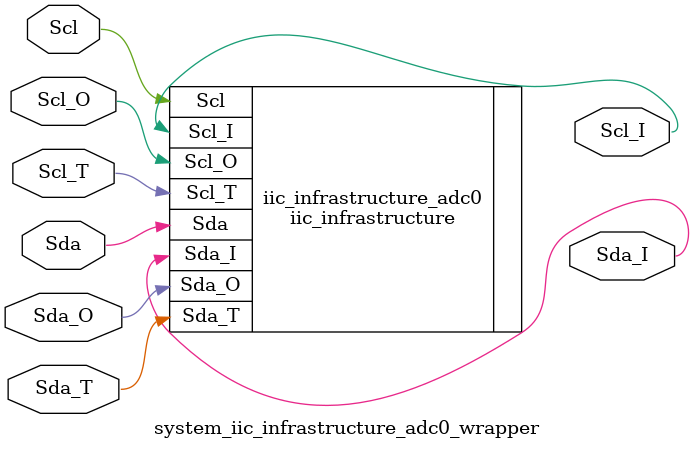
<source format=v>

module system_iic_infrastructure_adc0_wrapper
  (
    Sda_I,
    Sda_O,
    Sda_T,
    Scl_I,
    Scl_O,
    Scl_T,
    Sda,
    Scl
  );
  output Sda_I;
  input Sda_O;
  input Sda_T;
  output Scl_I;
  input Scl_O;
  input Scl_T;
  inout Sda;
  inout Scl;

  iic_infrastructure
    iic_infrastructure_adc0 (
      .Sda_I ( Sda_I ),
      .Sda_O ( Sda_O ),
      .Sda_T ( Sda_T ),
      .Scl_I ( Scl_I ),
      .Scl_O ( Scl_O ),
      .Scl_T ( Scl_T ),
      .Sda ( Sda ),
      .Scl ( Scl )
    );

endmodule


</source>
